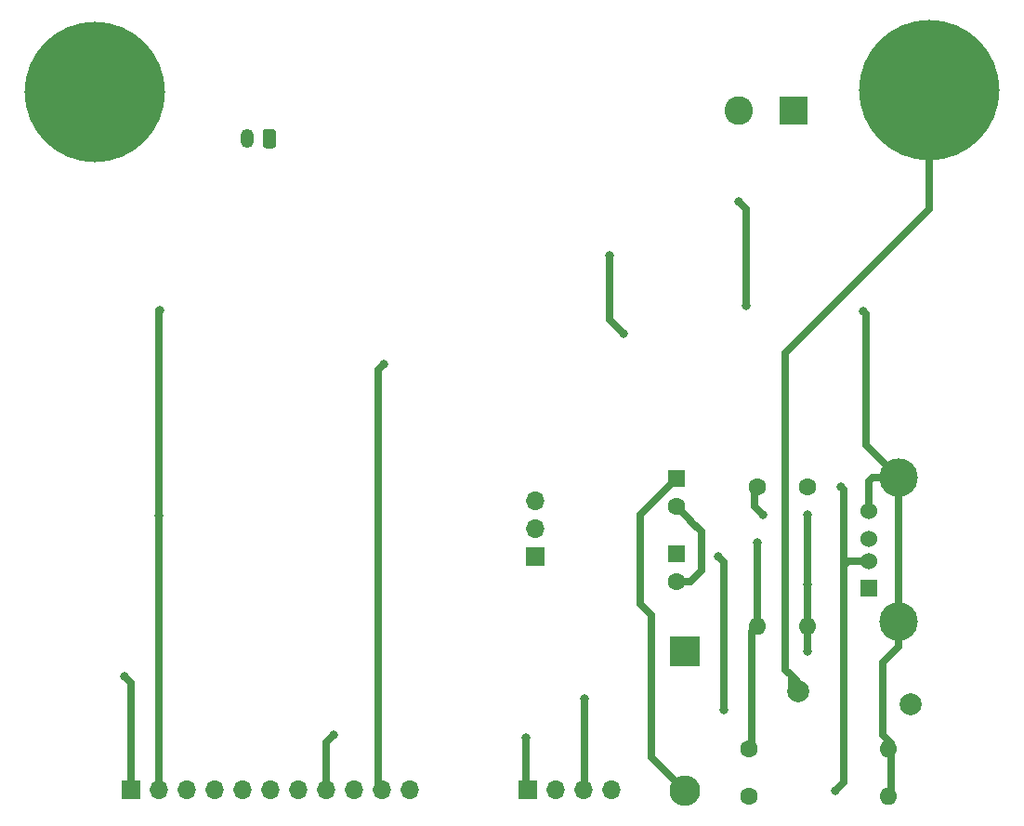
<source format=gbr>
%TF.GenerationSoftware,KiCad,Pcbnew,5.1.6-c6e7f7d~87~ubuntu18.04.1*%
%TF.CreationDate,2021-10-05T10:28:48-04:00*%
%TF.ProjectId,boosta,626f6f73-7461-42e6-9b69-6361645f7063,rev?*%
%TF.SameCoordinates,Original*%
%TF.FileFunction,Copper,L2,Bot*%
%TF.FilePolarity,Positive*%
%FSLAX46Y46*%
G04 Gerber Fmt 4.6, Leading zero omitted, Abs format (unit mm)*
G04 Created by KiCad (PCBNEW 5.1.6-c6e7f7d~87~ubuntu18.04.1) date 2021-10-05 10:28:48*
%MOMM*%
%LPD*%
G01*
G04 APERTURE LIST*
%TA.AperFunction,ComponentPad*%
%ADD10C,2.600000*%
%TD*%
%TA.AperFunction,ComponentPad*%
%ADD11R,2.600000X2.600000*%
%TD*%
%TA.AperFunction,ComponentPad*%
%ADD12O,1.600000X1.600000*%
%TD*%
%TA.AperFunction,ComponentPad*%
%ADD13C,1.600000*%
%TD*%
%TA.AperFunction,ComponentPad*%
%ADD14O,2.800000X2.800000*%
%TD*%
%TA.AperFunction,ComponentPad*%
%ADD15R,2.800000X2.800000*%
%TD*%
%TA.AperFunction,ComponentPad*%
%ADD16R,1.600000X1.600000*%
%TD*%
%TA.AperFunction,ComponentPad*%
%ADD17O,1.200000X1.750000*%
%TD*%
%TA.AperFunction,ComponentPad*%
%ADD18O,1.700000X1.700000*%
%TD*%
%TA.AperFunction,ComponentPad*%
%ADD19R,1.700000X1.700000*%
%TD*%
%TA.AperFunction,ComponentPad*%
%ADD20C,2.010000*%
%TD*%
%TA.AperFunction,ComponentPad*%
%ADD21C,0.900000*%
%TD*%
%TA.AperFunction,ComponentPad*%
%ADD22C,12.800000*%
%TD*%
%TA.AperFunction,ComponentPad*%
%ADD23C,1.524000*%
%TD*%
%TA.AperFunction,ComponentPad*%
%ADD24R,1.524000X1.524000*%
%TD*%
%TA.AperFunction,ComponentPad*%
%ADD25C,3.500000*%
%TD*%
%TA.AperFunction,ViaPad*%
%ADD26C,0.800000*%
%TD*%
%TA.AperFunction,Conductor*%
%ADD27C,0.700000*%
%TD*%
G04 APERTURE END LIST*
D10*
%TO.P,J4,2*%
%TO.N,GND*%
X97108000Y-87376000D03*
D11*
%TO.P,J4,1*%
%TO.N,Net-(F1-Pad2)*%
X102108000Y-87376000D03*
%TD*%
D12*
%TO.P,R4,2*%
%TO.N,GND*%
X110744000Y-149860000D03*
D13*
%TO.P,R4,1*%
%TO.N,Net-(J6-Pad2)*%
X98044000Y-149860000D03*
%TD*%
D12*
%TO.P,R3,2*%
%TO.N,5VBOOST*%
X103378000Y-134366000D03*
D13*
%TO.P,R3,1*%
%TO.N,Net-(J6-Pad2)*%
X103378000Y-121666000D03*
%TD*%
D12*
%TO.P,R2,2*%
%TO.N,GND*%
X110744000Y-145542000D03*
D13*
%TO.P,R2,1*%
%TO.N,Net-(J6-Pad3)*%
X98044000Y-145542000D03*
%TD*%
D12*
%TO.P,R1,2*%
%TO.N,Net-(J6-Pad3)*%
X98806000Y-134366000D03*
D13*
%TO.P,R1,1*%
%TO.N,5VBOOST*%
X98806000Y-121666000D03*
%TD*%
D14*
%TO.P,D1,2*%
%TO.N,Net-(C2-Pad1)*%
X92202000Y-149352000D03*
D15*
%TO.P,D1,1*%
%TO.N,VUSB*%
X92202000Y-136652000D03*
%TD*%
D13*
%TO.P,C2,2*%
%TO.N,GND*%
X91440000Y-123404000D03*
D16*
%TO.P,C2,1*%
%TO.N,Net-(C2-Pad1)*%
X91440000Y-120904000D03*
%TD*%
D13*
%TO.P,C1,2*%
%TO.N,GND*%
X91440000Y-130262000D03*
D16*
%TO.P,C1,1*%
%TO.N,Net-(C1-Pad1)*%
X91440000Y-127762000D03*
%TD*%
%TO.P,J2,1*%
%TO.N,LIPO*%
%TA.AperFunction,ComponentPad*%
G36*
G01*
X54956000Y-89290999D02*
X54956000Y-90541001D01*
G75*
G02*
X54706001Y-90791000I-249999J0D01*
G01*
X54005999Y-90791000D01*
G75*
G02*
X53756000Y-90541001I0J249999D01*
G01*
X53756000Y-89290999D01*
G75*
G02*
X54005999Y-89041000I249999J0D01*
G01*
X54706001Y-89041000D01*
G75*
G02*
X54956000Y-89290999I0J-249999D01*
G01*
G37*
%TD.AperFunction*%
D17*
%TO.P,J2,2*%
%TO.N,GND*%
X52356000Y-89916000D03*
%TD*%
D18*
%TO.P,J1,4*%
%TO.N,N/C*%
X85540000Y-149234000D03*
%TO.P,J1,3*%
%TO.N,5VBOOST*%
X83000000Y-149234000D03*
%TO.P,J1,2*%
%TO.N,GND*%
X80460000Y-149234000D03*
D19*
%TO.P,J1,1*%
%TO.N,OUT*%
X77920000Y-149234000D03*
%TD*%
D20*
%TO.P,F1,2*%
%TO.N,Net-(F1-Pad2)*%
X102576000Y-140278000D03*
%TO.P,F1,1*%
%TO.N,Net-(C1-Pad1)*%
X112776000Y-141478000D03*
%TD*%
D18*
%TO.P,J7,11*%
%TO.N,GND*%
X67140000Y-149260000D03*
%TO.P,J7,10*%
%TO.N,LIPO*%
X64600000Y-149260000D03*
%TO.P,J7,9*%
%TO.N,GND*%
X62060000Y-149260000D03*
%TO.P,J7,8*%
%TO.N,OUT*%
X59520000Y-149260000D03*
%TO.P,J7,7*%
%TO.N,N/C*%
X56980000Y-149260000D03*
%TO.P,J7,6*%
X54440000Y-149260000D03*
%TO.P,J7,5*%
X51900000Y-149260000D03*
%TO.P,J7,4*%
X49360000Y-149260000D03*
%TO.P,J7,3*%
X46820000Y-149260000D03*
%TO.P,J7,2*%
%TO.N,GND*%
X44280000Y-149260000D03*
D19*
%TO.P,J7,1*%
%TO.N,VUSB*%
X41740000Y-149260000D03*
%TD*%
D21*
%TO.P,H2,1*%
%TO.N,Net-(F1-Pad2)*%
X117894113Y-82225887D03*
X114500000Y-80820000D03*
X111105887Y-82225887D03*
X109700000Y-85620000D03*
X111105887Y-89014113D03*
X114500000Y-90420000D03*
X117894113Y-89014113D03*
X119300000Y-85620000D03*
D22*
X114500000Y-85450000D03*
%TD*%
%TO.P,H1,1*%
%TO.N,GND*%
X38430000Y-85620000D03*
D21*
X43230000Y-85620000D03*
X41824113Y-89014113D03*
X38430000Y-90420000D03*
X35035887Y-89014113D03*
X33630000Y-85620000D03*
X35035887Y-82225887D03*
X38430000Y-80820000D03*
X41824113Y-82225887D03*
%TD*%
D23*
%TO.P,J6,4*%
%TO.N,GND*%
X108980000Y-123880000D03*
%TO.P,J6,3*%
%TO.N,Net-(J6-Pad3)*%
X108980000Y-126380000D03*
%TO.P,J6,2*%
%TO.N,Net-(J6-Pad2)*%
X108980000Y-128380000D03*
D24*
%TO.P,J6,1*%
%TO.N,5VBOOST*%
X108980000Y-130880000D03*
D25*
%TO.P,J6,5*%
%TO.N,GND*%
X111690000Y-133950000D03*
X111690000Y-120810000D03*
%TD*%
D18*
%TO.P,J3,3*%
%TO.N,Net-(C2-Pad1)*%
X78604000Y-122936000D03*
%TO.P,J3,2*%
%TO.N,GND*%
X78604000Y-125476000D03*
D19*
%TO.P,J3,1*%
%TO.N,Net-(C1-Pad1)*%
X78604000Y-128016000D03*
%TD*%
D26*
%TO.N,GND*%
X44330000Y-105530000D03*
X44280000Y-124290000D03*
X108458000Y-105664000D03*
X97790000Y-105156000D03*
X97108000Y-95678000D03*
%TO.N,Net-(J6-Pad3)*%
X98806000Y-126746000D03*
%TO.N,Net-(J6-Pad2)*%
X105918000Y-149352000D03*
X106426000Y-121666000D03*
%TO.N,LIPO*%
X85344000Y-100584000D03*
X86614000Y-107696000D03*
X64770000Y-110490000D03*
%TO.N,OUT*%
X60198000Y-144272000D03*
X77724000Y-144526000D03*
%TO.N,Net-(C1-Pad1)*%
X95758000Y-141986000D03*
X95250000Y-128016000D03*
%TO.N,5VBOOST*%
X103378000Y-124206000D03*
X99314000Y-124206000D03*
X103378000Y-130556000D03*
X103378000Y-136652000D03*
X83058000Y-140970000D03*
%TO.N,VUSB*%
X41148000Y-138938000D03*
%TD*%
D27*
%TO.N,GND*%
X44280000Y-105580000D02*
X44330000Y-105530000D01*
X44280000Y-149260000D02*
X44280000Y-124290000D01*
X44280000Y-124290000D02*
X44280000Y-105580000D01*
X111690000Y-120810000D02*
X108712000Y-117832000D01*
X108712000Y-117832000D02*
X108712000Y-105918000D01*
X108712000Y-105918000D02*
X108458000Y-105664000D01*
X97790000Y-105156000D02*
X97790000Y-96360000D01*
X97790000Y-96360000D02*
X97108000Y-95678000D01*
X111690000Y-133950000D02*
X111690000Y-120810000D01*
X91440000Y-123404000D02*
X92750000Y-124714000D01*
X92750000Y-124714000D02*
X92750000Y-124754000D01*
X92750000Y-124754000D02*
X93726000Y-125730000D01*
X93726000Y-125730000D02*
X93726000Y-129286000D01*
X92750000Y-130262000D02*
X91440000Y-130262000D01*
X93726000Y-129286000D02*
X92750000Y-130262000D01*
X110998000Y-149352000D02*
X110998000Y-145034000D01*
X111690000Y-133950000D02*
X111690000Y-136214000D01*
X111690000Y-136214000D02*
X110236000Y-137668000D01*
X110236000Y-144272000D02*
X110998000Y-145034000D01*
X110236000Y-137668000D02*
X110236000Y-144272000D01*
X108980000Y-123880000D02*
X108980000Y-121144000D01*
X109314000Y-120810000D02*
X111690000Y-120810000D01*
X108980000Y-121144000D02*
X109314000Y-120810000D01*
%TO.N,Net-(J6-Pad3)*%
X98298000Y-134874000D02*
X98806000Y-134366000D01*
X98298000Y-145034000D02*
X98298000Y-134874000D01*
X98806000Y-126746000D02*
X98806000Y-134366000D01*
%TO.N,Net-(J6-Pad2)*%
X108980000Y-128380000D02*
X107078000Y-128380000D01*
X107078000Y-128380000D02*
X106680000Y-128778000D01*
X106680000Y-128778000D02*
X106680000Y-148590000D01*
X106680000Y-148590000D02*
X105918000Y-149352000D01*
X106680000Y-128778000D02*
X106680000Y-121920000D01*
X106680000Y-121920000D02*
X106426000Y-121666000D01*
%TO.N,LIPO*%
X85344000Y-100584000D02*
X85344000Y-106426000D01*
X85344000Y-106426000D02*
X86614000Y-107696000D01*
X64770000Y-110490000D02*
X64262000Y-110998000D01*
X64262000Y-148922000D02*
X64600000Y-149260000D01*
X64262000Y-110998000D02*
X64262000Y-148922000D01*
%TO.N,OUT*%
X59520000Y-149260000D02*
X59520000Y-144950000D01*
X59520000Y-144950000D02*
X60198000Y-144272000D01*
X77724000Y-149038000D02*
X77920000Y-149234000D01*
X77724000Y-144526000D02*
X77724000Y-149038000D01*
%TO.N,Net-(F1-Pad2)*%
X114500000Y-85450000D02*
X114500000Y-96320000D01*
X114500000Y-96320000D02*
X101346000Y-109474000D01*
X101346000Y-109474000D02*
X101346000Y-138286000D01*
X101926000Y-138866000D02*
X101926000Y-139628000D01*
X101926000Y-138866000D02*
X102830000Y-139770000D01*
X101926000Y-139628000D02*
X102576000Y-140278000D01*
X101346000Y-138286000D02*
X101926000Y-138866000D01*
%TO.N,Net-(C2-Pad1)*%
X92202000Y-149352000D02*
X89154000Y-146304000D01*
X89154000Y-146304000D02*
X89154000Y-133350000D01*
X89154000Y-133350000D02*
X88138000Y-132334000D01*
X88138000Y-124206000D02*
X91440000Y-120904000D01*
X88138000Y-132334000D02*
X88138000Y-124206000D01*
%TO.N,Net-(C1-Pad1)*%
X95758000Y-141986000D02*
X95758000Y-131826000D01*
X95758000Y-131826000D02*
X95758000Y-128524000D01*
X95758000Y-128524000D02*
X95250000Y-128016000D01*
%TO.N,5VBOOST*%
X99314000Y-124206000D02*
X98552000Y-123444000D01*
X98552000Y-121920000D02*
X98806000Y-121666000D01*
X98552000Y-123444000D02*
X98552000Y-121920000D01*
X103378000Y-134366000D02*
X103378000Y-130556000D01*
X103378000Y-130556000D02*
X103378000Y-124206000D01*
X103378000Y-134366000D02*
X103378000Y-136652000D01*
X83058000Y-149176000D02*
X83000000Y-149234000D01*
X83058000Y-140970000D02*
X83058000Y-149176000D01*
%TO.N,VUSB*%
X41740000Y-139530000D02*
X41740000Y-149260000D01*
X41148000Y-138938000D02*
X41740000Y-139530000D01*
%TD*%
M02*

</source>
